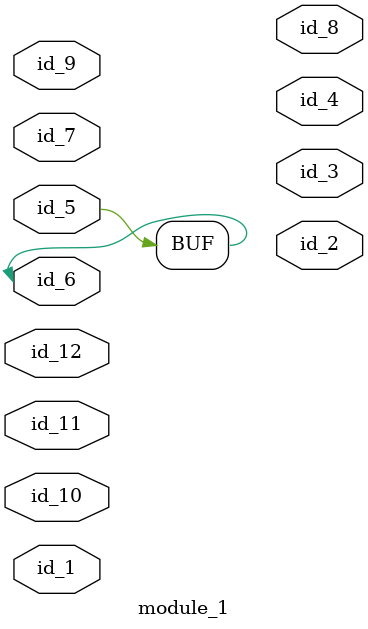
<source format=v>
module module_0;
  parameter id_1 = 1'b0;
endmodule
module module_1 (
    id_1,
    id_2,
    id_3,
    id_4,
    id_5,
    id_6,
    id_7,
    id_8,
    id_9,
    id_10,
    id_11,
    id_12
);
  inout wire id_12;
  input wire id_11;
  inout wire id_10;
  input wire id_9;
  output wire id_8;
  inout wire id_7;
  inout wire id_6;
  inout wire id_5;
  output wire id_4;
  output wire id_3;
  module_0 modCall_1 ();
  output wire id_2;
  input wire id_1;
  assign id_5 = id_6;
  wire id_13;
endmodule

</source>
